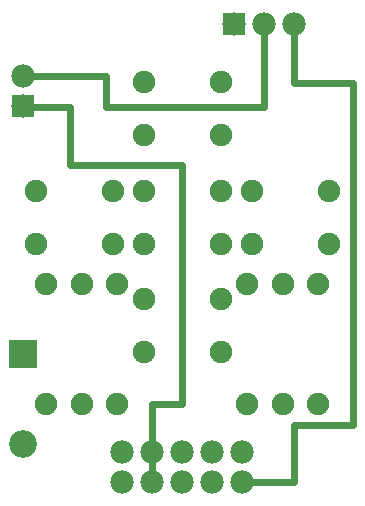
<source format=gbl>
G04 MADE WITH FRITZING*
G04 WWW.FRITZING.ORG*
G04 DOUBLE SIDED*
G04 HOLES PLATED*
G04 CONTOUR ON CENTER OF CONTOUR VECTOR*
%ASAXBY*%
%FSLAX23Y23*%
%MOIN*%
%OFA0B0*%
%SFA1.0B1.0*%
%ADD10C,0.078000*%
%ADD11C,0.075000*%
%ADD12C,0.092000*%
%ADD13R,0.078000X0.078000*%
%ADD14R,0.092000X0.092000*%
%ADD15C,0.024000*%
%LNCOPPER0*%
G90*
G70*
G54D10*
X784Y1614D03*
X884Y1614D03*
X984Y1614D03*
X78Y1339D03*
X78Y1439D03*
X411Y86D03*
X511Y86D03*
X611Y86D03*
X711Y86D03*
X811Y86D03*
X411Y86D03*
X511Y86D03*
X611Y86D03*
X711Y86D03*
X811Y86D03*
X811Y186D03*
X711Y186D03*
X611Y186D03*
X511Y186D03*
X411Y186D03*
G54D11*
X739Y1242D03*
X483Y1242D03*
X739Y1420D03*
X483Y1420D03*
X380Y880D03*
X124Y880D03*
X380Y1057D03*
X124Y1057D03*
X483Y698D03*
X739Y698D03*
X483Y521D03*
X739Y521D03*
X1099Y881D03*
X843Y881D03*
X1099Y1058D03*
X843Y1058D03*
X739Y881D03*
X483Y881D03*
X739Y1058D03*
X483Y1058D03*
X157Y748D03*
X157Y348D03*
X275Y748D03*
X275Y348D03*
X1063Y748D03*
X1063Y348D03*
X945Y748D03*
X945Y348D03*
X826Y748D03*
X826Y348D03*
X393Y748D03*
X393Y348D03*
G54D12*
X78Y512D03*
X78Y212D03*
G54D13*
X784Y1614D03*
X78Y1339D03*
G54D14*
X78Y512D03*
G54D15*
X511Y116D02*
X511Y156D01*
D02*
X355Y1337D02*
X355Y1439D01*
D02*
X355Y1439D02*
X109Y1439D01*
D02*
X884Y1337D02*
X355Y1337D01*
D02*
X884Y1584D02*
X884Y1337D01*
D02*
X984Y1418D02*
X984Y1584D01*
D02*
X1180Y1418D02*
X984Y1418D01*
D02*
X1180Y276D02*
X1180Y1418D01*
D02*
X984Y276D02*
X1180Y276D01*
D02*
X984Y86D02*
X984Y276D01*
D02*
X841Y86D02*
X984Y86D01*
D02*
X236Y1143D02*
X236Y1337D01*
D02*
X236Y1337D02*
X109Y1338D01*
D02*
X611Y1143D02*
X236Y1143D01*
D02*
X611Y348D02*
X611Y1143D01*
D02*
X511Y348D02*
X611Y348D01*
D02*
X511Y216D02*
X511Y348D01*
G04 End of Copper0*
M02*
</source>
